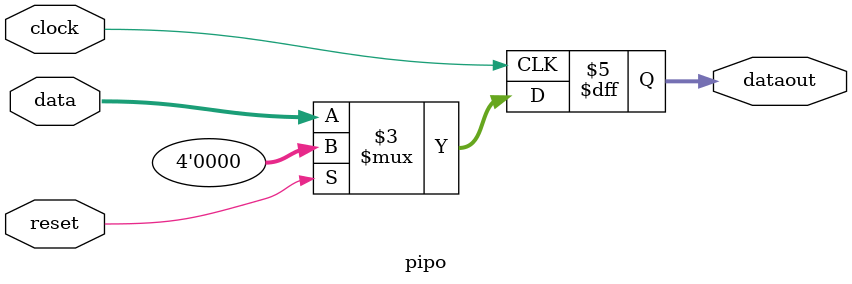
<source format=v>
/*
	PIPO Shift Register
	Behavorial Modelling
	16CO125
*/
module pipo(data,dataout,clock,reset);
	output reg[3:0] dataout;
	input[3:0] data;
	input clock;
	input reset;
	always @(negedge clock)
		begin
			if(reset)
				dataout<=4'b0000;
			else
				dataout<=data;
		end
endmodule

</source>
